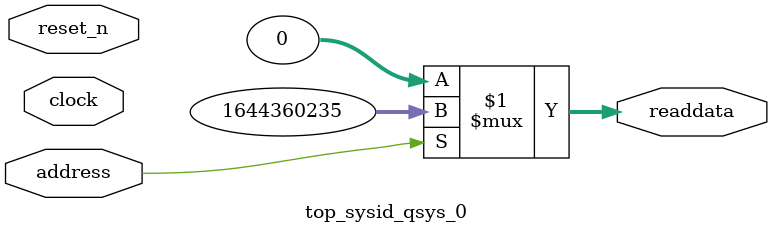
<source format=v>



// synthesis translate_off
`timescale 1ns / 1ps
// synthesis translate_on

// turn off superfluous verilog processor warnings 
// altera message_level Level1 
// altera message_off 10034 10035 10036 10037 10230 10240 10030 

module top_sysid_qsys_0 (
               // inputs:
                address,
                clock,
                reset_n,

               // outputs:
                readdata
             )
;

  output  [ 31: 0] readdata;
  input            address;
  input            clock;
  input            reset_n;

  wire    [ 31: 0] readdata;
  //control_slave, which is an e_avalon_slave
  assign readdata = address ? 1644360235 : 0;

endmodule



</source>
